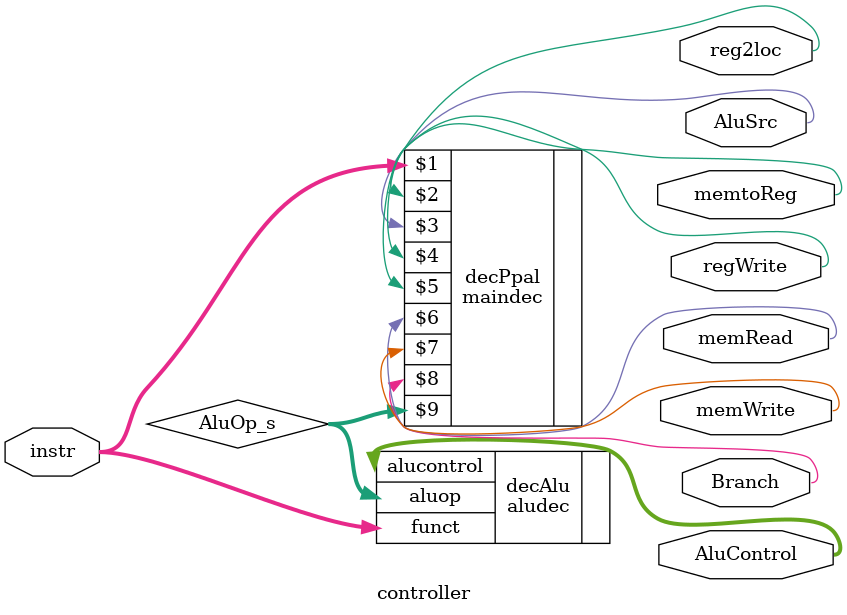
<source format=sv>

module controller(input logic [10:0] instr,
						output logic [3:0] AluControl,						
						output logic reg2loc, regWrite, AluSrc, Branch,
											memtoReg, memRead, memWrite);
											
	logic [1:0] AluOp_s;
											
	maindec 	decPpal 	(instr, 
							reg2loc, 
							AluSrc, 
							memtoReg, 
							regWrite, 
							memRead,
							memWrite, 
							Branch, 
							AluOp_s);	
					
								
	aludec 	decAlu 	(.funct(instr), 
							.aluop(AluOp_s), 
							.alucontrol(AluControl));
			
endmodule

</source>
